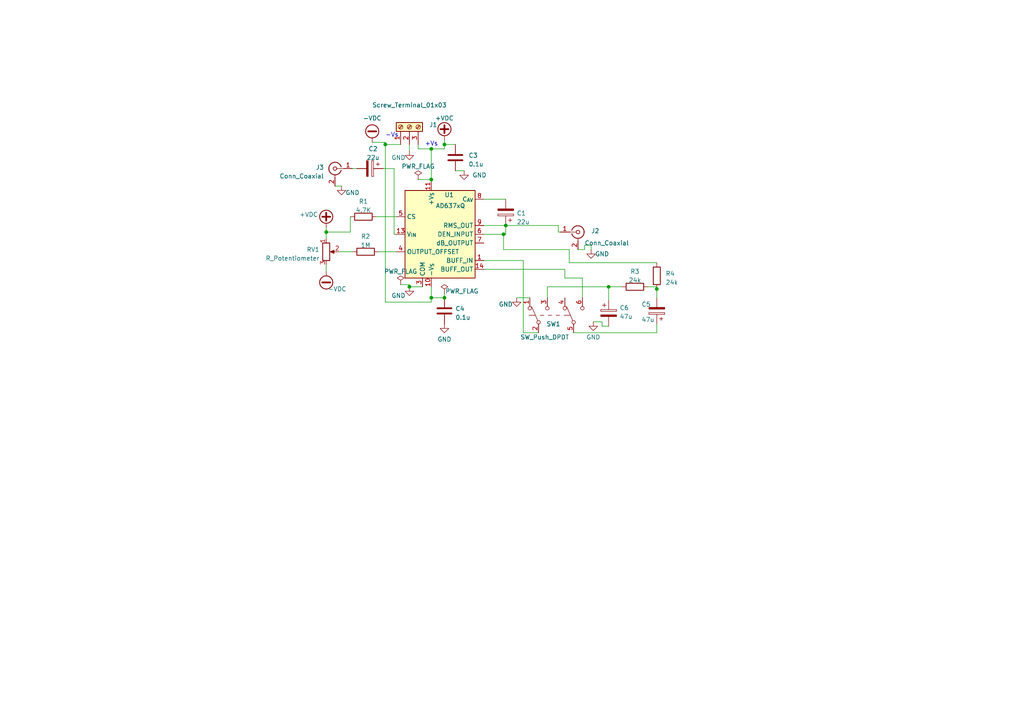
<source format=kicad_sch>
(kicad_sch (version 20230121) (generator eeschema)
  (paper "A4")
  (lib_symbols
    (symbol "Analog:AD637xQ"
      (property "Reference" "U" (at -6.35 13.97 0))
      (property "Value" "AD637xQ" (at 1.27 13.97 0))
      (symbol "AD637xQ_0_1"
        (rectangle (start -10.16 12.7) (end 10.16 -12.7) (stroke (width 0.254)) (fill (type background)))
      )
      (symbol "AD637xQ_1_1"
        (pin input line (at 12.7 -7.62 180) (length 2.54) (name "BUFF_IN") (number "1"))
        (pin power_in line (at -2.54 -15.24 90) (length 2.54) (name "-V_{S}") (number "10"))
        (pin power_in line (at -2.54 15.24 270) (length 2.54) (name "+V_{S}") (number "11"))
        (pin no_connect line (at -10.16 -7.62 0) (length 2.54) hide (name "NIC") (number "12"))
        (pin input line (at -12.7 0 0) (length 2.54) (name "V_{IN}") (number "13"))
        (pin output line (at 12.7 -10.16 180) (length 2.54) (name "BUFF_OUT") (number "14"))
        (pin no_connect line (at -10.16 7.62 0) (length 2.54) hide (name "NIC") (number "2"))
        (pin power_in line (at -5.08 -15.24 90) (length 2.54) (name "COM") (number "3"))
        (pin input line (at -12.7 -5.08 0) (length 2.54) (name "OUTPUT_OFFSET") (number "4"))
        (pin input line (at -12.7 5.08 0) (length 2.54) (name "CS") (number "5"))
        (pin input line (at 12.7 0 180) (length 2.54) (name "DEN_INPUT") (number "6"))
        (pin passive line (at 12.7 -2.54 180) (length 2.54) (name "dB_OUTPUT") (number "7"))
        (pin passive line (at 12.7 10.16 180) (length 2.54) (name "C_{AV}") (number "8"))
        (pin output line (at 12.7 2.54 180) (length 2.54) (name "RMS_OUT") (number "9"))
      )
    )
    (symbol "Connector:Conn_Coaxial" (pin_names (offset 1.016) hide)
      (property "Reference" "J" (at 0.254 3.048 0))
      (property "Value" "Conn_Coaxial" (at 2.921 0 90))
      (symbol "Conn_Coaxial_0_1"
        (arc (start -1.778 -0.508) (mid 0.2311 -1.8066) (end 1.778 0) (stroke (width 0.254)))
        (polyline (pts (xy -2.54 0) (xy -0.508 0)))
        (polyline (pts (xy 0 -2.54) (xy 0 -1.778)))
        (circle (center 0 0) (radius 0.508) (stroke (width 0.2032)))
        (arc (start 1.778 0) (mid 0.2099 1.8101) (end -1.778 0.508) (stroke (width 0.254)))
      )
      (symbol "Conn_Coaxial_1_1"
        (pin passive line (at -5.08 0 0) (length 2.54) (name "In") (number "1"))
        (pin passive line (at 0 -5.08 90) (length 2.54) (name "Ext") (number "2"))
      )
    )
    (symbol "Connector:Screw_Terminal_01x03" (pin_names (offset 1.016) hide)
      (property "Reference" "J" (at 0 5.08 0))
      (property "Value" "Screw_Terminal_01x03" (at 0 -5.08 0))
      (symbol "Screw_Terminal_01x03_1_1"
        (rectangle (start -1.27 3.81) (end 1.27 -3.81) (stroke (width 0.254)) (fill (type background)))
        (circle (center 0 -2.54) (radius 0.635) (stroke (width 0.1524)))
        (polyline (pts (xy -0.5334 -2.2098) (xy 0.3302 -3.048)) (stroke (width 0.1524)))
        (polyline (pts (xy -0.5334 0.3302) (xy 0.3302 -0.508)) (stroke (width 0.1524)))
        (polyline (pts (xy -0.5334 2.8702) (xy 0.3302 2.032)) (stroke (width 0.1524)))
        (polyline (pts (xy -0.3556 -2.032) (xy 0.508 -2.8702)) (stroke (width 0.1524)))
        (polyline (pts (xy -0.3556 0.508) (xy 0.508 -0.3302)) (stroke (width 0.1524)))
        (polyline (pts (xy -0.3556 3.048) (xy 0.508 2.2098)) (stroke (width 0.1524)))
        (circle (center 0 0) (radius 0.635) (stroke (width 0.1524)))
        (circle (center 0 2.54) (radius 0.635) (stroke (width 0.1524)))
        (pin passive line (at -5.08 2.54 0) (length 3.81) (name "Pin_1") (number "1"))
        (pin passive line (at -5.08 0 0) (length 3.81) (name "Pin_2") (number "2"))
        (pin passive line (at -5.08 -2.54 0) (length 3.81) (name "Pin_3") (number "3"))
      )
    )
    (symbol "Device:C" (pin_numbers hide) (pin_names (offset 0.254))
      (property "Reference" "C" (at 0.635 2.54 0))
      (property "Value" "C" (at 0.635 -2.54 0))
      (symbol "C_0_1"
        (polyline (pts (xy -2.032 -0.762) (xy 2.032 -0.762)) (stroke (width 0.508)))
        (polyline (pts (xy -2.032 0.762) (xy 2.032 0.762)) (stroke (width 0.508)))
      )
      (symbol "C_1_1"
        (pin passive line (at 0 3.81 270) (length 2.794) (name "~") (number "1"))
        (pin passive line (at 0 -3.81 90) (length 2.794) (name "~") (number "2"))
      )
    )
    (symbol "Device:C_Polarized" (pin_numbers hide) (pin_names (offset 0.254))
      (property "Reference" "C" (at 0.635 2.54 0))
      (property "Value" "C_Polarized" (at 0.635 -2.54 0))
      (symbol "C_Polarized_0_1"
        (rectangle (start -2.286 0.508) (end 2.286 1.016))
        (polyline (pts (xy -1.778 2.286) (xy -0.762 2.286)))
        (polyline (pts (xy -1.27 2.794) (xy -1.27 1.778)))
        (rectangle (start 2.286 -0.508) (end -2.286 -1.016) (fill (type outline)))
      )
      (symbol "C_Polarized_1_1"
        (pin passive line (at 0 3.81 270) (length 2.794) (name "~") (number "1"))
        (pin passive line (at 0 -3.81 90) (length 2.794) (name "~") (number "2"))
      )
    )
    (symbol "Device:R" (pin_numbers hide) (pin_names (offset 0))
      (property "Reference" "R" (at 2.032 0 90))
      (property "Value" "R" (at 0 0 90))
      (symbol "R_0_1"
        (rectangle (start -1.016 -2.54) (end 1.016 2.54) (stroke (width 0.254)))
      )
      (symbol "R_1_1"
        (pin passive line (at 0 3.81 270) (length 1.27) (name "~") (number "1"))
        (pin passive line (at 0 -3.81 90) (length 1.27) (name "~") (number "2"))
      )
    )
    (symbol "Device:R_Potentiometer" (pin_names (offset 1.016) hide)
      (property "Reference" "RV" (at -4.445 0 90))
      (property "Value" "R_Potentiometer" (at -2.54 0 90))
      (symbol "R_Potentiometer_0_1"
        (polyline (pts (xy 2.54 0) (xy 1.524 0)))
        (polyline (pts (xy 1.143 0) (xy 2.286 0.508) (xy 2.286 -0.508) (xy 1.143 0)) (fill (type outline)))
        (rectangle (start 1.016 2.54) (end -1.016 -2.54) (stroke (width 0.254)))
      )
      (symbol "R_Potentiometer_1_1"
        (pin passive line (at 0 3.81 270) (length 1.27) (name "1") (number "1"))
        (pin passive line (at 3.81 0 180) (length 1.27) (name "2") (number "2"))
        (pin passive line (at 0 -3.81 90) (length 1.27) (name "3") (number "3"))
      )
    )
    (symbol "Switch:SW_Push_DPDT" (pin_names (offset 0) hide)
      (property "Reference" "SW" (at 0 8.89 0))
      (property "Value" "SW_Push_DPDT" (at 0 -10.16 0))
      (symbol "SW_Push_DPDT_0_0"
        (circle (center -2.032 -5.08) (radius 0.508))
        (circle (center -2.032 5.08) (radius 0.508))
        (circle (center 2.032 -7.62) (radius 0.508))
        (circle (center 2.032 2.54) (radius 0.508))
      )
      (symbol "SW_Push_DPDT_0_1"
        (polyline (pts (xy -1.524 -4.826) (xy 2.54 -3.048)))
        (polyline (pts (xy -1.524 5.334) (xy 2.54 7.112)))
        (polyline (pts (xy 0 -2.286) (xy 0 -4.064)))
        (polyline (pts (xy 0 -1.016) (xy 0 0)))
        (polyline (pts (xy 0 1.27) (xy 0 2.286)))
        (polyline (pts (xy 0 3.556) (xy 0 4.572)))
        (polyline (pts (xy 0 7.874) (xy 0 6.096)))
        (circle (center 2.032 -2.54) (radius 0.508))
        (circle (center 2.032 7.62) (radius 0.508))
      )
      (symbol "SW_Push_DPDT_1_1"
        (pin passive line (at 5.08 7.62 180) (length 2.54) (name "A") (number "1"))
        (pin passive line (at -5.08 5.08 0) (length 2.54) (name "B") (number "2"))
        (pin passive line (at 5.08 2.54 180) (length 2.54) (name "C") (number "3"))
        (pin passive line (at 5.08 -2.54 180) (length 2.54) (name "A") (number "4"))
        (pin passive line (at -5.08 -5.08 0) (length 2.54) (name "B") (number "5"))
        (pin passive line (at 5.08 -7.62 180) (length 2.54) (name "C") (number "6"))
      )
    )
    (symbol "power:+VDC" (power) (pin_names (offset 0))
      (property "Value" "+VDC" (at 0 6.35 0))
      (symbol "+VDC_0_1"
        (polyline (pts (xy -1.143 3.175) (xy 1.143 3.175)) (stroke (width 0.508)))
        (polyline (pts (xy 0 0) (xy 0 1.27)))
        (polyline (pts (xy 0 2.032) (xy 0 4.318)) (stroke (width 0.508)))
        (circle (center 0 3.175) (radius 1.905) (stroke (width 0.254)))
      )
      (symbol "+VDC_1_1"
        (pin power_in line (at 0 0 90) (length 0) hide (name "+VDC") (number "1"))
      )
    )
    (symbol "power:-VDC" (power) (pin_names (offset 0))
      (property "Value" "-VDC" (at 0 6.35 0))
      (symbol "-VDC_0_1"
        (polyline (pts (xy -1.143 3.175) (xy 1.143 3.175)) (stroke (width 0.508)))
        (polyline (pts (xy 0 0) (xy 0 1.27)))
        (circle (center 0 3.175) (radius 1.905) (stroke (width 0.254)))
      )
      (symbol "-VDC_1_1"
        (pin power_in line (at 0 0 90) (length 0) hide (name "-VDC") (number "1"))
      )
    )
    (symbol "power:GND" (power) (pin_names (offset 0))
      (property "Value" "GND" (at 0 -3.81 0))
      (symbol "GND_0_1"
        (polyline (pts (xy 0 0) (xy 0 -1.27) (xy 1.27 -1.27) (xy 0 -2.54) (xy -1.27 -1.27) (xy 0 -1.27)))
      )
      (symbol "GND_1_1"
        (pin power_in line (at 0 0 270) (length 0) hide (name "GND") (number "1"))
      )
    )
    (symbol "power:PWR_FLAG" (power) (pin_numbers hide) (pin_names (offset 0) hide)
      (property "Value" "PWR_FLAG" (at 0 3.81 0))
      (symbol "PWR_FLAG_0_0"
        (pin power_out line (at 0 0 90) (length 0) (name "pwr") (number "1"))
      )
      (symbol "PWR_FLAG_0_1"
        (polyline (pts (xy 0 0) (xy 0 1.27) (xy -1.016 1.905) (xy 0 2.54) (xy 1.016 1.905) (xy 0 1.27)))
      )
    )
  )
  (junction (at 128.905 86.36))
  (junction (at 190.5 83.82))
  (junction (at 146.05 67.945))
  (junction (at 125.095 52.07))
  (junction (at 176.53 83.185))
  (junction (at 118.745 83.185))
  (junction (at 128.905 41.91))
  (junction (at 94.615 67.31))
  (junction (at 125.095 86.36))
  (junction (at 125.095 43.18))
  (junction (at 111.76 41.91))
  (junction (at 146.685 65.405))
  (wire (pts (xy 190.5 83.185) (xy 190.5 83.82)))
  (wire (pts (xy 174.625 94.615) (xy 174.625 93.345)))
  (wire (pts (xy 146.05 67.945) (xy 146.05 72.39)))
  (wire (pts (xy 111.76 41.91) (xy 111.76 87.63)))
  (wire (pts (xy 190.5 83.82) (xy 190.5 86.36)))
  (wire (pts (xy 163.83 78.105) (xy 163.83 80.645)))
  (wire (pts (xy 94.615 66.04) (xy 94.615 67.31)))
  (wire (pts (xy 140.335 57.785) (xy 146.685 57.785)))
  (wire (pts (xy 140.335 78.105) (xy 163.83 78.105)))
  (wire (pts (xy 140.335 75.565) (xy 151.765 75.565)))
  (wire (pts (xy 165.1 72.39) (xy 165.1 76.2)))
  (wire (pts (xy 107.95 41.275) (xy 111.76 41.275)))
  (wire (pts (xy 125.095 87.63) (xy 125.095 86.36)))
  (wire (pts (xy 97.155 53.975) (xy 99.06 53.975)))
  (wire (pts (xy 94.615 67.31) (xy 94.615 69.215)))
  (wire (pts (xy 94.615 67.31) (xy 101.6 67.31)))
  (wire (pts (xy 114.3 67.945) (xy 114.935 67.945)))
  (wire (pts (xy 166.37 96.52) (xy 190.5 96.52)))
  (wire (pts (xy 116.205 41.91) (xy 111.76 41.91)))
  (wire (pts (xy 118.745 83.185) (xy 122.555 83.185)))
  (wire (pts (xy 171.45 71.12) (xy 171.45 72.39)))
  (wire (pts (xy 125.095 86.36) (xy 128.905 86.36)))
  (wire (pts (xy 146.685 65.405) (xy 161.925 65.405)))
  (wire (pts (xy 146.05 72.39) (xy 165.1 72.39)))
  (wire (pts (xy 121.285 52.07) (xy 125.095 52.07)))
  (wire (pts (xy 187.96 83.185) (xy 190.5 83.185)))
  (wire (pts (xy 118.745 41.91) (xy 118.745 43.815)))
  (wire (pts (xy 121.285 43.18) (xy 125.095 43.18)))
  (wire (pts (xy 163.83 80.645) (xy 168.91 80.645)))
  (wire (pts (xy 176.53 83.185) (xy 180.34 83.185)))
  (wire (pts (xy 111.76 87.63) (xy 125.095 87.63)))
  (wire (pts (xy 140.335 67.945) (xy 146.05 67.945)))
  (wire (pts (xy 102.235 48.895) (xy 103.505 48.895)))
  (wire (pts (xy 111.125 48.895) (xy 114.3 48.895)))
  (wire (pts (xy 94.615 76.835) (xy 94.615 78.74)))
  (wire (pts (xy 128.905 41.91) (xy 128.905 43.18)))
  (wire (pts (xy 125.095 52.07) (xy 125.095 52.705)))
  (wire (pts (xy 146.05 67.945) (xy 146.685 67.945)))
  (wire (pts (xy 151.765 75.565) (xy 151.765 96.52)))
  (wire (pts (xy 158.75 83.185) (xy 176.53 83.185)))
  (wire (pts (xy 111.76 41.275) (xy 111.76 41.91)))
  (wire (pts (xy 116.205 82.55) (xy 118.745 82.55)))
  (wire (pts (xy 174.625 93.345) (xy 172.085 93.345)))
  (wire (pts (xy 121.285 41.91) (xy 121.285 43.18)))
  (wire (pts (xy 161.925 67.31) (xy 162.56 67.31)))
  (wire (pts (xy 149.86 86.36) (xy 153.67 86.36)))
  (wire (pts (xy 158.75 86.36) (xy 158.75 83.185)))
  (wire (pts (xy 171.45 71.12) (xy 169.545 71.12)))
  (wire (pts (xy 132.08 49.53) (xy 134.62 49.53)))
  (wire (pts (xy 190.5 93.98) (xy 190.5 96.52)))
  (wire (pts (xy 151.765 96.52) (xy 156.21 96.52)))
  (wire (pts (xy 118.745 82.55) (xy 118.745 83.185)))
  (wire (pts (xy 125.095 43.18) (xy 128.905 43.18)))
  (wire (pts (xy 169.545 72.39) (xy 167.64 72.39)))
  (wire (pts (xy 128.905 85.09) (xy 128.905 86.36)))
  (wire (pts (xy 128.905 41.91) (xy 132.08 41.91)))
  (wire (pts (xy 169.545 71.12) (xy 169.545 72.39)))
  (wire (pts (xy 114.3 48.895) (xy 114.3 67.945)))
  (wire (pts (xy 176.53 94.615) (xy 174.625 94.615)))
  (wire (pts (xy 128.905 40.64) (xy 128.905 41.91)))
  (wire (pts (xy 176.53 86.995) (xy 176.53 83.185)))
  (wire (pts (xy 161.925 65.405) (xy 161.925 67.31)))
  (wire (pts (xy 190.5 76.2) (xy 165.1 76.2)))
  (wire (pts (xy 109.855 73.025) (xy 114.935 73.025)))
  (wire (pts (xy 140.335 65.405) (xy 146.685 65.405)))
  (wire (pts (xy 109.22 62.865) (xy 114.935 62.865)))
  (wire (pts (xy 168.91 80.645) (xy 168.91 86.36)))
  (wire (pts (xy 101.6 62.865) (xy 101.6 67.31)))
  (wire (pts (xy 98.425 73.025) (xy 102.235 73.025)))
  (wire (pts (xy 146.685 65.405) (xy 146.685 67.945)))
  (wire (pts (xy 125.095 86.36) (xy 125.095 83.185)))
  (wire (pts (xy 125.095 43.18) (xy 125.095 52.07)))
  (text "-Vs\n" (at 111.76 40.005 0) (effects (font (size 1.27 1.27)) (justify left bottom)))
  (text "+Vs\n" (at 123.19 42.545 0) (effects (font (size 1.27 1.27)) (justify left bottom)))
  (symbol (lib_id "Device:R") (at 190.5 80.01 180) (unit 1)
    (property "Reference" "R4" (at 193.04 79.375 0) (effects (justify right)))
    (property "Value" "24k" (at 193.04 81.915 0) (effects (justify right)))
    (property "Footprint" "Resistor_THT:R_Axial_DIN0207_L6.3mm_D2.5mm_P10.16mm_Horizontal" (effects hide))
  )
  (symbol (lib_id "power:GND") (at 134.62 49.53 0) (unit 1)
    (property "Reference" "#PWR09" (effects hide))
    (property "Value" "GND" (at 139.065 50.8 0))
  )
  (symbol (lib_id "Device:C_Polarized") (at 190.5 90.17 180) (unit 1)
    (property "Reference" "C5" (at 186.055 88.265 0) (effects (justify right)))
    (property "Value" "47u" (at 186.055 92.71 0) (effects (justify right)))
    (property "Footprint" "Capacitor_THT:CP_Radial_D6.3mm_P2.50mm" (effects hide))
  )
  (symbol (lib_id "power:-VDC") (at 107.95 41.275 0) (unit 1)
    (property "Reference" "#PWR03" (effects hide))
    (property "Value" "-VDC" (at 107.95 34.29 0))
  )
  (symbol (lib_id "Device:C") (at 128.905 90.17 0) (unit 1)
    (property "Reference" "C4" (at 132.08 89.535 0) (effects (justify left)))
    (property "Value" "0.1u" (at 132.08 92.075 0) (effects (justify left)))
    (property "Footprint" "Capacitor_THT:C_Disc_D3.8mm_W2.6mm_P2.50mm" (effects hide))
  )
  (symbol (lib_id "power:PWR_FLAG") (at 116.205 82.55 0) (unit 1)
    (property "Reference" "#FLG02" (effects hide))
    (property "Value" "PWR_FLAG" (at 116.205 78.74 0))
  )
  (symbol (lib_id "power:GND") (at 171.45 72.39 0) (unit 1)
    (property "Reference" "#PWR07" (effects hide))
    (property "Value" "GND" (at 174.625 73.66 0))
  )
  (symbol (lib_id "Device:C") (at 132.08 45.72 0) (unit 1)
    (property "Reference" "C3" (at 135.89 45.085 0) (effects (justify left)))
    (property "Value" "0.1u" (at 135.89 47.625 0) (effects (justify left)))
    (property "Footprint" "Capacitor_THT:C_Disc_D3.8mm_W2.6mm_P2.50mm" (effects hide))
  )
  (symbol (lib_id "Connector:Conn_Coaxial") (at 97.155 48.895 0) (mirror y) (unit 1)
    (property "Reference" "J3" (at 93.98 48.5532 0) (effects (justify left)))
    (property "Value" "Conn_Coaxial" (at 93.98 51.0932 0) (effects (justify left)))
    (property "Footprint" "Connector_Coaxial:BNC_TEConnectivity_1478035_Horizontal" (effects hide))
    (property "Datasheet" " ~" (effects hide))
  )
  (symbol (lib_id "power:GND") (at 172.085 93.345 0) (unit 1)
    (property "Reference" "#PWR012" (effects hide))
    (property "Value" "GND" (at 172.085 97.79 0))
  )
  (symbol (lib_id "power:PWR_FLAG") (at 128.905 85.09 0) (unit 1)
    (property "Reference" "#FLG01" (effects hide))
    (property "Value" "PWR_FLAG" (at 133.985 84.455 0))
  )
  (symbol (lib_id "power:+VDC") (at 128.905 40.64 0) (unit 1)
    (property "Reference" "#PWR04" (effects hide))
    (property "Value" "+VDC" (at 128.905 34.29 0))
  )
  (symbol (lib_id "Device:R") (at 105.41 62.865 90) (unit 1)
    (property "Reference" "R1" (at 105.41 58.42 90))
    (property "Value" "4.7K" (at 105.41 60.96 90))
    (property "Footprint" "Resistor_THT:R_Axial_DIN0207_L6.3mm_D2.5mm_P10.16mm_Horizontal" (effects hide))
  )
  (symbol (lib_id "power:+VDC") (at 94.615 66.04 0) (unit 1)
    (property "Reference" "#PWR06" (effects hide))
    (property "Value" "+VDC" (at 89.535 62.23 0))
  )
  (symbol (lib_id "Device:C_Polarized") (at 176.53 90.805 0) (unit 1)
    (property "Reference" "C6" (at 179.705 89.281 0) (effects (justify left)))
    (property "Value" "47u" (at 179.705 91.821 0) (effects (justify left)))
    (property "Footprint" "Capacitor_THT:CP_Radial_D6.3mm_P2.50mm" (effects hide))
  )
  (symbol (lib_id "Analog:AD637xQ") (at 127.635 67.945 0) (unit 1)
    (property "Reference" "U1" (at 128.905 56.515 0) (effects (justify left)))
    (property "Value" "AD637xQ" (at 126.365 59.69 0) (effects (justify left)))
    (property "Footprint" "Package_DIP:DIP-14_W7.62mm_Socket" (effects hide))
    (property "Datasheet" "https://www.analog.com/media/en/technical-documentation/data-sheets/AD637.pdf" (effects hide))
  )
  (symbol (lib_id "power:PWR_FLAG") (at 121.285 52.07 0) (unit 1)
    (property "Reference" "#FLG03" (effects hide))
    (property "Value" "PWR_FLAG" (at 121.285 48.26 0))
  )
  (symbol (lib_id "Device:C_Polarized") (at 146.685 61.595 180) (unit 1)
    (property "Reference" "C1" (at 149.86 61.849 0) (effects (justify right)))
    (property "Value" "22u" (at 149.86 64.389 0) (effects (justify right)))
    (property "Footprint" "Capacitor_THT:CP_Radial_D5.0mm_P2.50mm" (effects hide))
  )
  (symbol (lib_id "Switch:SW_Push_DPDT") (at 161.29 91.44 90) (unit 1)
    (property "Reference" "SW1" (at 162.56 93.98 90) (effects (justify left)))
    (property "Value" "SW_Push_DPDT" (at 165.1 97.79 90) (effects (justify left)))
    (property "Footprint" "Button_Switch_THT:SW_E-Switch_EG1271_SPDT" (effects hide))
  )
  (symbol (lib_id "power:GND") (at 128.905 93.98 0) (unit 1)
    (property "Reference" "#PWR010" (effects hide))
    (property "Value" "GND" (at 128.905 98.425 0))
  )
  (symbol (lib_id "power:-VDC") (at 94.615 78.74 180) (unit 1)
    (property "Reference" "#PWR05" (effects hide))
    (property "Value" "-VDC" (at 97.79 83.82 0))
  )
  (symbol (lib_id "Connector:Conn_Coaxial") (at 167.64 67.31 0) (unit 1)
    (property "Reference" "J2" (at 171.45 66.9682 0) (effects (justify left)))
    (property "Value" "Conn_Coaxial" (at 169.545 70.485 0) (effects (justify left)))
    (property "Footprint" "Connector_Coaxial:BNC_TEConnectivity_1478035_Horizontal" (effects hide))
    (property "Datasheet" " ~" (effects hide))
  )
  (symbol (lib_id "Device:R_Potentiometer") (at 94.615 73.025 0) (unit 1)
    (property "Reference" "RV1" (at 92.71 72.39 0) (effects (justify right)))
    (property "Value" "R_Potentiometer" (at 92.71 74.93 0) (effects (justify right)))
    (property "Footprint" "Potentiometer_THT:Potentiometer_Vishay_43_Horizontal" (effects hide))
  )
  (symbol (lib_id "Device:C_Polarized") (at 107.315 48.895 270) (unit 1)
    (property "Reference" "C2" (at 108.204 43.18 90))
    (property "Value" "22u" (at 108.204 45.72 90))
    (property "Footprint" "Capacitor_THT:CP_Radial_D5.0mm_P2.50mm" (effects hide))
  )
  (symbol (lib_id "power:GND") (at 149.86 86.36 0) (unit 1)
    (property "Reference" "#PWR011" (effects hide))
    (property "Value" "GND" (at 146.685 88.265 0))
  )
  (symbol (lib_id "power:GND") (at 99.06 53.975 0) (unit 1)
    (property "Reference" "#PWR08" (effects hide))
    (property "Value" "GND" (at 102.235 55.88 0))
  )
  (symbol (lib_id "power:GND") (at 118.745 83.185 0) (unit 1)
    (property "Reference" "#PWR02" (effects hide))
    (property "Value" "GND" (at 115.57 85.725 0))
  )
  (symbol (lib_id "Connector:Screw_Terminal_01x03") (at 118.745 36.83 90) (unit 1)
    (property "Reference" "J1" (at 124.46 36.195 90) (effects (justify right)))
    (property "Value" "Screw_Terminal_01x03" (at 107.95 30.48 90) (effects (justify right)))
    (property "Footprint" "TerminalBlock_Phoenix:TerminalBlock_Phoenix_MKDS-1,5-3_1x03_P5.00mm_Horizontal" (effects hide))
  )
  (symbol (lib_id "Device:R") (at 184.15 83.185 90) (unit 1)
    (property "Reference" "R3" (at 184.15 78.74 90))
    (property "Value" "24k" (at 184.15 81.28 90))
    (property "Footprint" "Resistor_THT:R_Axial_DIN0207_L6.3mm_D2.5mm_P10.16mm_Horizontal" (effects hide))
  )
  (symbol (lib_id "power:GND") (at 118.745 43.815 0) (unit 1)
    (property "Reference" "#PWR01" (effects hide))
    (property "Value" "GND" (at 115.57 45.72 0))
  )
  (symbol (lib_id "Device:R") (at 106.045 73.025 90) (unit 1)
    (property "Reference" "R2" (at 106.045 68.58 90))
    (property "Value" "1M" (at 106.045 71.12 90))
    (property "Footprint" "Resistor_THT:R_Axial_DIN0207_L6.3mm_D2.5mm_P10.16mm_Horizontal" (effects hide))
  )
)
</source>
